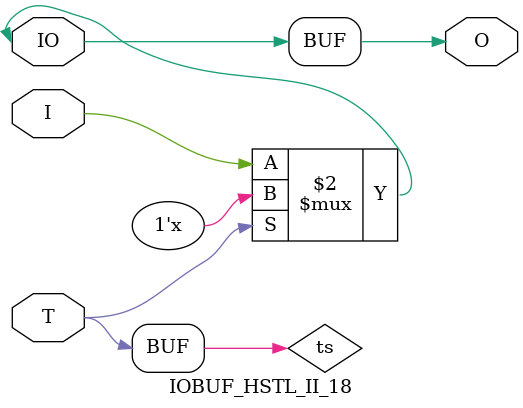
<source format=v>

/*

FUNCTION	: INPUT TRI-STATE OUTPUT BUFFER

*/

`celldefine
`timescale  100 ps / 10 ps

module IOBUF_HSTL_II_18 (O, IO, I, T);

    output O;

    inout  IO;

    input  I, T;

    or O1 (ts, 1'b0, T);
    bufif0 T1 (IO, I, ts);

    buf B1 (O, IO);

endmodule

</source>
